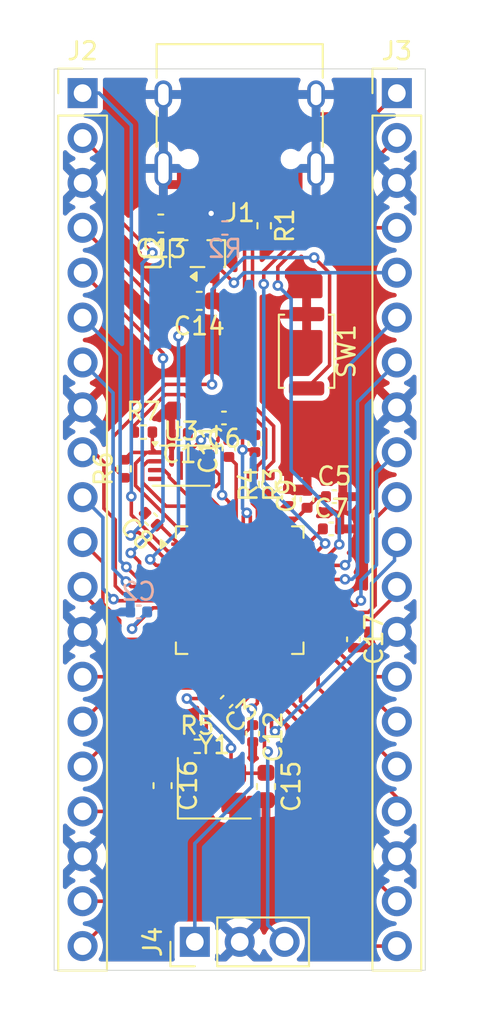
<source format=kicad_pcb>
(kicad_pcb (version 20241229) (generator "pcbnew") (generator_version "9.0")
  (layers (0 "F.Cu" signal) (2 "B.Cu" signal) (13 "F.Paste" user) (15 "B.Paste" user) (5 "F.SilkS" user "F.Silkscreen") (7 "B.SilkS" user "B.Silkscreen") (1 "F.Mask" user) (3 "B.Mask" user) (25 "Edge.Cuts" user))
  (net 0 "")
  (net 1 "GND")
  (net 2 "+3V3")
  (net 3 "+1V1")
  (net 4 "VBUS")
  (net 5 "XIN")
  (net 6 "Net-(C16-Pad2)")
  (net 7 "Net-(J1-CC2)")
  (net 8 "USB_D+")
  (net 9 "USB_D-")
  (net 10 "Net-(J1-CC1)")
  (net 11 "GPIO5")
  (net 12 "GPIO6")
  (net 13 "GPIO9")
  (net 14 "GPIO4")
  (net 15 "GPIO10")
  (net 16 "GPIO1")
  (net 17 "GPIO0")
  (net 18 "GPIO12")
  (net 19 "GPIO7")
  (net 20 "GPIO3")
  (net 21 "GPIO15")
  (net 22 "GPIO2")
  (net 23 "GPIO14")
  (net 24 "GPIO13")
  (net 25 "GPIO11")
  (net 26 "GPIO8")
  (net 27 "GPIO23")
  (net 28 "GPIO26_ADC0")
  (net 29 "GPIO22")
  (net 30 "GPIO19")
  (net 31 "GPIO28_ADC2")
  (net 32 "GPIO17")
  (net 33 "GPIO16")
  (net 34 "GPIO18")
  (net 35 "GPIO20")
  (net 36 "GPIO24")
  (net 37 "GPIO21")
  (net 38 "GPIO29_ADC3")
  (net 39 "GPIO27_ADC1")
  (net 40 "RUN")
  (net 41 "SWD")
  (net 42 "SWCLK")
  (net 43 "Net-(U1-USB_DP)")
  (net 44 "Net-(U1-USB_DM)")
  (net 45 "XOUT")
  (net 46 "Net-(R6-Pad1)")
  (net 47 "QSPI_SS")
  (net 48 "QSPI_SCLK")
  (net 49 "QSPI_SD1")
  (net 50 "QSPI_SD0")
  (net 51 "QSPI_SD2")
  (net 52 "QSPI_SD3")
  (footprint "Resistor_SMD:R_0402_1005Metric" (layer "F.Cu") (at 145.99 113.375)
    (property "Reference" "R5")
    (property "Value" "1K")
  )
  (footprint "Capacitor_SMD:C_0603_1608Metric" (layer "F.Cu") (at 149.875 115.65 -90)
    (property "Reference" "C15")
    (property "Value" "33pF")
  )
  (footprint "Package_DFN_QFN:QFN-56-1EP_7x7mm_P0.4mm_EP3.2x3.2mm" (layer "F.Cu") (at 148.39 104.54)
    (property "Reference" "U1" (hide yes))
    (property "Value" "RP2040")
  )
  (footprint "Button_Switch_SMD:SW_Push_SPST_NO_Alps_SKRK" (layer "F.Cu") (at 152.175 91.025 -90)
    (property "Reference" "SW1")
    (property "Value" "SW_Push")
  )
  (footprint "Capacitor_SMD:C_0402_1005Metric" (layer "F.Cu") (at 153.75 99.25)
    (property "Reference" "C5")
    (property "Value" "0.1uF")
  )
  (footprint "Resistor_SMD:R_0402_1005Metric" (layer "F.Cu") (at 149.775 83.925 -90)
    (property "Reference" "R1")
    (property "Value" "5.1k")
  )
  (footprint "Capacitor_SMD:C_0402_1005Metric" (layer "F.Cu") (at 147.775 96.525 90)
    (property "Reference" "C11")
    (property "Value" "0.1uF")
  )
  (footprint "Capacitor_SMD:C_0603_1608Metric" (layer "F.Cu") (at 146.1 88.175 180)
    (property "Reference" "C14")
    (property "Value" "10uF")
  )
  (footprint "Resistor_SMD:R_0402_1005Metric" (layer "F.Cu") (at 149.1 98.565 -90)
    (property "Reference" "R3")
    (property "Value" "27")
  )
  (footprint "Capacitor_SMD:C_0402_1005Metric" (layer "F.Cu") (at 147.5 94.8 180)
    (property "Reference" "C6")
    (property "Value" "0.1uF" (hide yes))
  )
  (footprint "Capacitor_SMD:C_0402_1005Metric" (layer "F.Cu") (at 149.125 112.655 -90)
    (property "Reference" "C12")
    (property "Value" "0.1uF")
  )
  (footprint "Capacitor_SMD:C_0402_1005Metric" (layer "F.Cu") (at 151.15 99.3 90)
    (property "Reference" "C10" (hide yes))
    (property "Value" "1uF")
  )
  (footprint "Capacitor_SMD:C_0402_1005Metric" (layer "F.Cu") (at 144.975 95.675 180)
    (property "Reference" "C1")
    (property "Value" "1uF")
  )
  (footprint "Capacitor_SMD:C_0603_1608Metric" (layer "F.Cu") (at 143.925 83.8 180)
    (property "Reference" "C13")
    (property "Value" "10uF")
  )
  (footprint "Crystal:Crystal_SMD_3225-4Pin_3.2x2.5mm" (layer "F.Cu") (at 146.95 115.75)
    (property "Reference" "Y1")
    (property "Value" "12 MHz")
  )
  (footprint "Capacitor_SMD:C_0402_1005Metric" (layer "F.Cu") (at 143.375 100.525 135)
    (property "Reference" "C8")
    (property "Value" "0.1uF")
  )
  (footprint "Connector_PinHeader_2.54mm:PinHeader_1x03_P2.54mm_Vertical" (layer "F.Cu") (at 145.85 124.44 90)
    (property "Reference" "J4")
    (property "Value" "Conn_01x03")
  )
  (footprint "Capacitor_SMD:C_0402_1005Metric" (layer "F.Cu") (at 153.575 101.075)
    (property "Reference" "C7")
    (property "Value" "0.1uF")
  )
  (footprint "Package_TO_SOT_SMD:SOT-23" (layer "F.Cu") (at 146 85.5 90)
    (property "Reference" "U2")
    (property "Value" "MCP1700x-330xxTT")
  )
  (footprint "Connector_PinHeader_2.54mm:PinHeader_1x20_P2.54mm_Vertical" (layer "F.Cu") (at 157.28 76.42)
    (property "Reference" "J3")
    (property "Value" "Conn_01x20")
  )
  (footprint "Connector_PinHeader_2.54mm:PinHeader_1x20_P2.54mm_Vertical" (layer "F.Cu") (at 139.5 76.42)
    (property "Reference" "J2")
    (property "Value" "Conn_01x20")
  )
  (footprint "Package_SON:Winbond_USON-8-1EP_3x2mm_P0.5mm_EP0.2x1.6mm" (layer "F.Cu") (at 145.075 97.5)
    (property "Reference" "U3")
    (property "Value" "W25Q128JVS" (hide yes))
  )
  (footprint "Resistor_SMD:R_0402_1005Metric" (layer "F.Cu") (at 150.05 98.565 90)
    (property "Reference" "R4")
    (property "Value" "27")
  )
  (footprint "Resistor_SMD:R_0402_1005Metric" (layer "F.Cu") (at 141.85 97.675 90)
    (property "Reference" "R6")
    (property "Value" "1K")
  )
  (footprint "Resistor_SMD:R_0402_1005Metric" (layer "F.Cu") (at 142.94 95.6)
    (property "Reference" "R7")
    (property "Value" "10K")
  )
  (footprint "Capacitor_SMD:C_0402_1005Metric" (layer "F.Cu") (at 152.2 99.4 90)
    (property "Reference" "C9")
    (property "Value" "0.1uF")
  )
  (footprint "Capacitor_SMD:C_0402_1005Metric" (layer "F.Cu") (at 154.825 107.325 -90)
    (property "Reference" "C17")
    (property "Value" "0.1uF")
  )
  (footprint "Capacitor_SMD:C_0402_1005Metric" (layer "F.Cu") (at 149.25 96.25 90)
    (property "Reference" "C4" (hide yes))
    (property "Value" "0.1uF" (hide yes))
  )
  (footprint "Capacitor_SMD:C_0402_1005Metric" (layer "F.Cu") (at 147.65 110.85 -135)
    (property "Reference" "C3")
    (property "Value" "0.1uF")
  )
  (footprint "Capacitor_SMD:C_0603_1608Metric" (layer "F.Cu") (at 144.025 115.6 -90)
    (property "Reference" "C16")
    (property "Value" "33pF")
  )
  (footprint "Connector_USB:USB_C_Receptacle_HRO_TYPE-C-31-M-12" (layer "F.Cu") (at 148.39 77.55 180)
    (property "Reference" "J1")
    (property "Value" "USB_C_Receptacle_USB2.0_14P")
  )
  (footprint "Resistor_SMD:R_0402_1005Metric" (layer "B.Cu") (at 147.55 84.05)
    (property "Reference" "R2")
    (property "Value" "5.1k")
  )
  (footprint "Capacitor_SMD:C_0402_1005Metric" (layer "B.Cu") (at 142.675 105.775 180)
    (property "Reference" "C2")
    (property "Value" "0.1uF" (hide yes))
  )
  (gr_rect (start 137.89 75.05) (end 158.89 126.05) (stroke (width 0.05)) (fill no) (layer "Edge.Cuts"))
  (segment (start 147.59 80.168) (end 149.693 80.168) (width 0.2) (layer "F.Cu") (net 0))
  (segment (start 149.693 80.168) (end 150.14 80.615) (width 0.2) (layer "F.Cu") (net 0))
  (segment (start 147.14 80.618) (end 147.59 80.168) (width 0.2) (layer "F.Cu") (net 0))
  (segment (start 150.14 80.615) (end 150.14 81.595) (width 0.2) (layer "F.Cu") (net 0))
  (segment (start 147.14 81.595) (end 147.14 80.618) (width 0.2) (layer "F.Cu") (net 0))
  (segment (start 145.85 114.9) (end 144.1 114.9) (width 0.2) (layer "F.Cu") (net 1))
  (segment (start 149.875 116.425) (end 148.225 116.425) (width 0.2) (layer "F.Cu") (net 1))
  (segment (start 144.1 114.9) (end 144.025 114.825) (width 0.2) (layer "F.Cu") (net 1))
  (segment (start 148.225 116.425) (end 148.05 116.6) (width 0.2) (layer "F.Cu") (net 1))
  (segment (start 146.5 96.75) (end 147.164 96.086) (width 0.2) (layer "F.Cu") (net 2))
  (segment (start 148.55 95.37) (end 147.98 94.8) (width 0.2) (layer "F.Cu") (net 2))
  (segment (start 148.59 100.363528) (end 148.79 100.163528) (width 0.2) (layer "F.Cu") (net 2))
  (segment (start 148.55 96.6) (end 149.12 96.6) (width 0.2) (layer "F.Cu") (net 2))
  (segment (start 144.18176 93.475) (end 142.43 95.22676) (width 0.2) (layer "F.Cu") (net 2))
  (segment (start 148.99 101.1025) (end 148.99 100.363528) (width 0.2) (layer "F.Cu") (net 2))
  (segment (start 142.43 95.22676) (end 142.43 95.6) (width 0.2) (layer "F.Cu") (net 2))
  (segment (start 151.65 100.475) (end 151.65 100.43) (width 0.2) (layer "F.Cu") (net 2))
  (segment (start 146.95 86.4375) (end 146.95 88.1) (width 0.2) (layer "F.Cu") (net 2))
  (segment (start 148.59 107.9775) (end 148.59 109.91) (width 0.2) (layer "F.Cu") (net 2))
  (segment (start 146.875 88.175) (end 146.875 88.325) (width 0.2) (layer "F.Cu") (net 2))
  (segment (start 151.8275 101.94) (end 152.23 101.94) (width 0.2) (layer "F.Cu") (net 2))
  (segment (start 150.59 100.635) (end 150.875 100.35) (width 0.2) (layer "F.Cu") (net 2))
  (segment (start 143.485 105.54) (end 142.3 106.725) (width 0.2) (layer "F.Cu") (net 2))
  (segment (start 146.875 88.325) (end 147.98 89.43) (width 0.2) (layer "F.Cu") (net 2))
  (segment (start 149.12 96.6) (end 149.25 96.73) (width 0.2) (layer "F.Cu") (net 2))
  (segment (start 152.8425 99.25) (end 150.99 101.1025) (width 0.2) (layer "F.Cu") (net 2))
  (segment (start 148.99 100.363528) (end 148.79 100.163528) (width 0.2) (layer "F.Cu") (net 2))
  (segment (start 154.47 106.845) (end 154.825 106.845) (width 0.2) (layer "F.Cu") (net 2))
  (segment (start 146.95 86.4375) (end 147.3525 86.4375) (width 0.2) (layer "F.Cu") (net 2))
  (segment (start 150.59 101.1025) (end 150.59 100.635) (width 0.2) (layer "F.Cu") (net 2))
  (segment (start 152.23 101.94) (end 153.095 101.075) (width 0.2) (layer "F.Cu") (net 2))
  (segment (start 147.98 89.43) (end 147.98 94.8) (width 0.2) (layer "F.Cu") (net 2))
  (segment (start 146.95 88.1) (end 146.875 88.175) (width 0.2) (layer "F.Cu") (net 2))
  (segment (start 148.55 96.6) (end 148.55 95.37) (width 0.2) (layer "F.Cu") (net 2))
  (segment (start 151.65 100.43) (end 152.2 99.88) (width 0.2) (layer "F.Cu") (net 2))
  (segment (start 147.164 96.086) (end 147.164 95.616) (width 0.2) (layer "F.Cu") (net 2))
  (segment (start 143.714411 100.864411) (end 143.876911 100.864411) (width 0.2) (layer "F.Cu") (net 2))
  (segment (start 148.59 101.1025) (end 148.59 100.363528) (width 0.2) (layer "F.Cu") (net 2))
  (segment (start 153.27 99.25) (end 152.8425 99.25) (width 0.2) (layer "F.Cu") (net 2))
  (segment (start 148.59 109.91) (end 147.989411 110.510589) (width 0.2) (layer "F.Cu") (net 2))
  (segment (start 150.875 100.35) (end 151 100.475) (width 0.2) (layer "F.Cu") (net 2))
  (segment (start 147.164 95.616) (end 147.98 94.8) (width 0.2) (layer "F.Cu") (net 2))
  (segment (start 145.455 93.68) (end 145.25 93.475) (width 0.2) (layer "F.Cu") (net 2))
  (segment (start 143.876911 100.864411) (end 144.9525 101.94) (width 0.2) (layer "F.Cu") (net 2))
  (segment (start 145.455 95.675) (end 145.455 93.68) (width 0.2) (layer "F.Cu") (net 2))
  (segment (start 151 100.475) (end 151.65 100.475) (width 0.2) (layer "F.Cu") (net 2))
  (segment (start 153.165 105.54) (end 154.47 106.845) (width 0.2) (layer "F.Cu") (net 2))
  (segment (start 151.8275 105.54) (end 153.165 105.54) (width 0.2) (layer "F.Cu") (net 2))
  (segment (start 145.25 93.475) (end 144.18176 93.475) (width 0.2) (layer "F.Cu") (net 2))
  (segment (start 147.3525 86.4375) (end 148.065 87.15) (width 0.2) (layer "F.Cu") (net 2))
  (segment (start 144.9525 105.54) (end 143.485 105.54) (width 0.2) (layer "F.Cu") (net 2))
  (via (at 148.55 96.6) (size 0.6) (drill 0.3) (layers "F.Cu" "B.Cu") (net 2))
  (via (at 148.065 87.15) (size 0.6) (drill 0.3) (layers "F.Cu" "B.Cu") (net 2))
  (via (at 142.3 106.725) (size 0.6) (drill 0.3) (layers "F.Cu" "B.Cu") (net 2))
  (via (at 148.79 100.163528) (size 0.6) (drill 0.3) (layers "F.Cu" "B.Cu") (net 2))
  (segment (start 148.79 100.163528) (end 148.55 99.923528) (width 0.2) (layer "B.Cu") (net 2))
  (segment (start 148.065 87.15) (end 148.635 86.58) (width 0.2) (layer "B.Cu") (net 2))
  (segment (start 148.55 99.923528) (end 148.55 96.6) (width 0.2) (layer "B.Cu") (net 2))
  (segment (start 142.3 106.725) (end 142.3 106.63) (width 0.2) (layer "B.Cu") (net 2))
  (segment (start 148.635 86.58) (end 157.28 86.58) (width 0.2) (layer "B.Cu") (net 2))
  (segment (start 142.3 106.63) (end 143.155 105.775) (width 0.2) (layer "B.Cu") (net 2))
  (segment (start 148.19 101.1025) (end 148.19 97.42) (width 0.2) (layer "F.Cu") (net 3))
  (segment (start 148.19 97.42) (end 147.775 97.005) (width 0.2) (layer "F.Cu") (net 3))
  (segment (start 150.87 99.78) (end 151.15 99.78) (width 0.2) (layer "F.Cu") (net 3))
  (segment (start 150.19 101.1025) (end 150.19 100.46) (width 0.2) (layer "F.Cu") (net 3))
  (segment (start 148.4 112.675) (end 148.625 112.675) (width 0.2) (layer "F.Cu") (net 3))
  (segment (start 148.99 110.485) (end 148.025 111.45) (width 0.2) (layer "F.Cu") (net 3))
  (segment (start 150.19 100.46) (end 150.87 99.78) (width 0.2) (layer "F.Cu") (net 3))
  (segment (start 148.025 112.3) (end 148.4 112.675) (width 0.2) (layer "F.Cu") (net 3))
  (segment (start 148.025 111.45) (end 148.025 112.3) (width 0.2) (layer "F.Cu") (net 3))
  (segment (start 148.625 112.675) (end 149.125 112.175) (width 0.2) (layer "F.Cu") (net 3))
  (segment (start 148.99 107.9775) (end 148.99 110.485) (width 0.2) (layer "F.Cu") (net 3))
  (segment (start 145.4625 84.5625) (end 144.7 83.8) (width 0.2) (layer "F.Cu") (net 4))
  (segment (start 145.94 81.595) (end 145.94 82.56) (width 0.2) (layer "F.Cu") (net 4))
  (segment (start 145.94 82.56) (end 144.7 83.8) (width 0.2) (layer "F.Cu") (net 4))
  (segment (start 150.84 81.595) (end 150.604 81.359) (width 0.2) (layer "F.Cu") (net 4))
  (segment (start 146 84.5625) (end 145.4625 84.5625) (width 0.2) (layer "F.Cu") (net 4))
  (segment (start 152.872992 77.601) (end 156.099 77.601) (width 0.2) (layer "F.Cu") (net 4))
  (segment (start 156.099 77.601) (end 157.28 76.42) (width 0.2) (layer "F.Cu") (net 4))
  (segment (start 150.604 81.359) (end 150.604 79.869992) (width 0.2) (layer "F.Cu") (net 4))
  (segment (start 150.604 79.869992) (end 152.872992 77.601) (width 0.2) (layer "F.Cu") (net 4))
  (segment (start 147.9 114.75) (end 148.05 114.9) (width 0.2) (layer "F.Cu") (net 5))
  (segment (start 149.85 114.9) (end 149.875 114.875) (width 0.2) (layer "F.Cu") (net 5))
  (segment (start 147.79 107.9775) (end 147.79 109.0771) (width 0.2) (layer "F.Cu") (net 5))
  (segment (start 148.05 114.9) (end 149.85 114.9) (width 0.2) (layer "F.Cu") (net 5))
  (segment (start 147.79 109.0771) (end 146.1921 110.675) (width 0.2) (layer "F.Cu") (net 5))
  (segment (start 146.1921 110.675) (end 145.4 110.675) (width 0.2) (layer "F.Cu") (net 5))
  (segment (start 147.9 113.475) (end 147.9 114.75) (width 0.2) (layer "F.Cu") (net 5))
  (via (at 145.4 110.675) (size 0.6) (drill 0.3) (layers "F.Cu" "B.Cu") (net 5))
  (via (at 147.9 113.475) (size 0.6) (drill 0.3) (layers "F.Cu" "B.Cu") (net 5))
  (segment (start 147.9 113.475) (end 147.9 113.175) (width 0.2) (layer "B.Cu") (net 5))
  (segment (start 147.9 113.175) (end 145.4 110.675) (width 0.2) (layer "B.Cu") (net 5))
  (segment (start 146.851 114.31484) (end 146.851 115.599) (width 0.2) (layer "F.Cu") (net 6))
  (segment (start 144.025 116.375) (end 145.625 116.375) (width 0.2) (layer "F.Cu") (net 6))
  (segment (start 146.851 115.599) (end 145.85 116.6) (width 0.2) (layer "F.Cu") (net 6))
  (segment (start 146.104 113.999) (end 146.53516 113.999) (width 0.2) (layer "F.Cu") (net 6))
  (segment (start 145.48 113.375) (end 146.104 113.999) (width 0.2) (layer "F.Cu") (net 6))
  (segment (start 146.53516 113.999) (end 146.851 114.31484) (width 0.2) (layer "F.Cu") (net 6))
  (segment (start 145.625 116.375) (end 145.85 116.6) (width 0.2) (layer "F.Cu") (net 6))
  (segment (start 146.775 83.225) (end 146.64 83.09) (width 0.2) (layer "F.Cu") (net 7))
  (segment (start 146.64 83.09) (end 146.64 81.595) (width 0.2) (layer "F.Cu") (net 7))
  (via (at 146.775 83.225) (size 0.6) (drill 0.3) (layers "F.Cu" "B.Cu") (net 7))
  (segment (start 147.04 83.49) (end 146.775 83.225) (width 0.2) (layer "B.Cu") (net 7))
  (segment (start 147.04 84.05) (end 147.04 83.49) (width 0.2) (layer "B.Cu") (net 7))
  (segment (start 148.64 82.572) (end 148.591 82.621) (width 0.2) (layer "F.Cu") (net 8))
  (segment (start 148.64 81.595) (end 148.64 82.572) (width 0.2) (layer "F.Cu") (net 8))
  (segment (start 149.35 97.755) (end 149.1 98.005) (width 0.2) (layer "F.Cu") (net 8))
  (segment (start 148.665 94.24745) (end 149.861 95.44345) (width 0.2) (layer "F.Cu") (net 8))
  (segment (start 147.689 82.621) (end 147.64 82.572) (width 0.2) (layer "F.Cu") (net 8))
  (segment (start 149.861 97.05655) (end 149.35 97.56755) (width 0.2) (layer "F.Cu") (net 8))
  (segment (start 148.665 82.707501) (end 148.665 94.24745) (width 0.2) (layer "F.Cu") (net 8))
  (segment (start 147.64 82.572) (end 147.64 81.595) (width 0.2) (layer "F.Cu") (net 8))
  (segment (start 149.35 97.56755) (end 149.35 97.755) (width 0.2) (layer "F.Cu") (net 8))
  (segment (start 149.1 98.005) (end 149.1 98.055) (width 0.2) (layer "F.Cu") (net 8))
  (segment (start 149.861 95.44345) (end 149.861 97.05655) (width 0.2) (layer "F.Cu") (net 8))
  (segment (start 148.591 82.621) (end 147.689 82.621) (width 0.2) (layer "F.Cu") (net 8))
  (segment (start 148.64 82.682501) (end 148.665 82.707501) (width 0.2) (layer "F.Cu") (net 8))
  (segment (start 148.64 81.595) (end 148.64 82.682501) (width 0.2) (layer "F.Cu") (net 8))
  (segment (start 149.14 81.595) (end 149.14 82.682501) (width 0.2) (layer "F.Cu") (net 9))
  (segment (start 149.115 82.707501) (end 149.115 94.061082) (width 0.2) (layer "F.Cu") (net 9))
  (segment (start 150.05 98.005) (end 150.05 98.055) (width 0.2) (layer "F.Cu") (net 9))
  (segment (start 148.14 81.595) (end 148.14 80.618) (width 0.2) (layer "F.Cu") (net 9))
  (segment (start 148.14 80.618) (end 148.189 80.569) (width 0.2) (layer "F.Cu") (net 9))
  (segment (start 149.14 82.682501) (end 149.115 82.707501) (width 0.2) (layer "F.Cu") (net 9))
  (segment (start 149.115 94.061082) (end 150.31098 95.257062) (width 0.2) (layer "F.Cu") (net 9))
  (segment (start 150.31098 95.257062) (end 150.31098 97.242938) (width 0.2) (layer "F.Cu") (net 9))
  (segment (start 150.31098 97.242938) (end 149.8 97.753918) (width 0.2) (layer "F.Cu") (net 9))
  (segment (start 149.091 80.569) (end 149.14 80.618) (width 0.2) (layer "F.Cu") (net 9))
  (segment (start 148.189 80.569) (end 149.091 80.569) (width 0.2) (layer "F.Cu") (net 9))
  (segment (start 149.8 97.753918) (end 149.8 97.755) (width 0.2) (layer "F.Cu") (net 9))
  (segment (start 149.14 80.618) (end 149.14 81.595) (width 0.2) (layer "F.Cu") (net 9))
  (segment (start 149.8 97.755) (end 150.05 98.005) (width 0.2) (layer "F.Cu") (net 9))
  (segment (start 149.64 81.595) (end 149.64 83.28) (width 0.2) (layer "F.Cu") (net 10))
  (segment (start 149.64 83.28) (end 149.775 83.415) (width 0.2) (layer "F.Cu") (net 10))
  (segment (start 141.95 104.051499) (end 141.95 104.051498) (width 0.2) (layer "F.Cu") (net 11))
  (segment (start 142.238501 104.34) (end 141.95 104.051499) (width 0.2) (layer "F.Cu") (net 11))
  (segment (start 144.9525 104.34) (end 142.238501 104.34) (width 0.2) (layer "F.Cu") (net 11))
  (via (at 141.95 104.051498) (size 0.6) (drill 0.3) (layers "F.Cu" "B.Cu") (net 11))
  (segment (start 141.225 93.385) (end 139.5 91.66) (width 0.2) (layer "B.Cu") (net 11))
  (segment (start 141.225 103.326499) (end 141.225 93.385) (width 0.2) (layer "B.Cu") (net 11))
  (segment (start 141.95 104.051498) (end 141.225 103.326499) (width 0.2) (layer "B.Cu") (net 11))
  (segment (start 141.35 100.5629) (end 140.70605 99.91895) (width 0.2) (layer "F.Cu") (net 12))
  (segment (start 144.9525 104.74) (end 141.788473 104.74) (width 0.2) (layer "F.Cu") (net 12))
  (segment (start 140.70605 99.91895) (end 140.70605 97.30605) (width 0.2) (layer "F.Cu") (net 12))
  (segment (start 140.14 96.74) (end 139.5 96.74) (width 0.2) (layer "F.Cu") (net 12))
  (segment (start 140.70605 97.30605) (end 140.14 96.74) (width 0.2) (layer "F.Cu") (net 12))
  (segment (start 141.35 104.301527) (end 141.35 100.5629) (width 0.2) (layer "F.Cu") (net 12))
  (segment (start 141.788473 104.74) (end 141.35 104.301527) (width 0.2) (layer "F.Cu") (net 12))
  (segment (start 141.85 108.15) (end 141.3 108.15) (width 0.2) (layer "F.Cu") (net 13))
  (segment (start 139.5 104.725) (end 139.5 104.36) (width 0.2) (layer "F.Cu") (net 13))
  (segment (start 141.15 108) (end 141.15 106.375) (width 0.2) (layer "F.Cu") (net 13))
  (segment (start 144.9525 106.34) (end 144.235 106.34) (width 0.2) (layer "F.Cu") (net 13))
  (segment (start 141.9 108.1) (end 141.85 108.15) (width 0.2) (layer "F.Cu") (net 13))
  (segment (start 142.475 108.1) (end 141.9 108.1) (width 0.2) (layer "F.Cu") (net 13))
  (segment (start 144.235 106.34) (end 142.475 108.1) (width 0.2) (layer "F.Cu") (net 13))
  (segment (start 141.3 108.15) (end 141.15 108) (width 0.2) (layer "F.Cu") (net 13))
  (segment (start 141.15 106.375) (end 139.5 104.725) (width 0.2) (layer "F.Cu") (net 13))
  (segment (start 144.9525 103.94) (end 142.68703 103.94) (width 0.2) (layer "F.Cu") (net 14))
  (segment (start 142.68703 103.94) (end 141.974263 103.227233) (width 0.2) (layer "F.Cu") (net 14))
  (via (at 141.974263 103.227233) (size 0.6) (drill 0.3) (layers "F.Cu" "B.Cu") (net 14))
  (segment (start 141.974263 103.227233) (end 141.626 102.87897) (width 0.2) (layer "B.Cu") (net 14))
  (segment (start 141.626 102.87897) (end 141.626 91.246) (width 0.2) (layer "B.Cu") (net 14))
  (segment (start 141.626 91.246) (end 139.5 89.12) (width 0.2) (layer "B.Cu") (net 14))
  (segment (start 143.725 107.425) (end 143.725 107.4408) (width 0.2) (layer "F.Cu") (net 15))
  (segment (start 142.40995 108.50295) (end 141.4729 109.44) (width 0.2) (layer "F.Cu") (net 15))
  (segment (start 142.66285 108.50295) (end 142.40995 108.50295) (width 0.2) (layer "F.Cu") (net 15))
  (segment (start 144.9525 106.74) (end 144.41 106.74) (width 0.2) (layer "F.Cu") (net 15))
  (segment (start 141.4729 109.44) (end 139.5 109.44) (width 0.2) (layer "F.Cu") (net 15))
  (segment (start 143.725 107.4408) (end 142.66285 108.50295) (width 0.2) (layer "F.Cu") (net 15))
  (segment (start 144.41 106.74) (end 143.725 107.425) (width 0.2) (layer "F.Cu") (net 15))
  (segment (start 142.675 101.275) (end 142.401 101.275) (width 0.2) (layer "F.Cu") (net 16))
  (segment (start 144.9525 102.74) (end 144.14 102.74) (width 0.2) (layer "F.Cu") (net 16))
  (segment (start 144.14 102.74) (end 142.675 101.275) (width 0.2) (layer "F.Cu") (net 16))
  (segment (start 143.45 85.45) (end 141.4 83.4) (width 0.2) (layer "F.Cu") (net 16))
  (segment (start 141.4 80.86) (end 139.5 78.96) (width 0.2) (layer "F.Cu") (net 16))
  (segment (start 142.401 101.275) (end 142.226 101.45) (width 0.2) (layer "F.Cu") (net 16))
  (segment (start 141.4 83.4) (end 141.4 80.86) (width 0.2) (layer "F.Cu") (net 16))
  (via (at 142.226 101.45) (size 0.6) (drill 0.3) (layers "F.Cu" "B.Cu") (net 16))
  (via (at 143.45 85.45) (size 0.6) (drill 0.3) (layers "F.Cu" "B.Cu") (net 16))
  (segment (start 142.875 86.1) (end 142.85 86.075) (width 0.2) (layer "B.Cu") (net 16))
  (segment (start 142.226 101.45) (end 142.875 100.801) (width 0.2) (layer "B.Cu") (net 16))
  (segment (start 142.85 86.075) (end 143.45 85.475) (width 0.2) (layer "B.Cu") (net 16))
  (segment (start 143.45 85.475) (end 143.45 85.45) (width 0.2) (layer "B.Cu") (net 16))
  (segment (start 142.875 100.801) (end 142.875 86.1) (width 0.2) (layer "B.Cu") (net 16))
  (segment (start 142.257743 100.282743) (end 142.257743 99.239171) (width 0.2) (layer "F.Cu") (net 17))
  (segment (start 144.9525 102.34) (end 144.315 102.34) (width 0.2) (layer "F.Cu") (net 17))
  (segment (start 144.315 102.34) (end 142.257743 100.282743) (width 0.2) (layer "F.Cu") (net 17))
  (via (at 142.257743 99.239171) (size 0.6) (drill 0.3) (layers "F.Cu" "B.Cu") (net 17))
  (segment (start 142.257743 99.239171) (end 142.257743 78.242257) (width 0.2) (layer "B.Cu") (net 17))
  (segment (start 140.435486 76.42) (end 142.257743 78.242257) (width 0.2) (layer "B.Cu") (net 17))
  (segment (start 139.5 76.42) (end 140.435486 76.42) (width 0.2) (layer "B.Cu") (net 17))
  (segment (start 145.79 107.9775) (end 144.9175 108.85) (width 0.2) (layer "F.Cu") (net 18))
  (segment (start 143.45 108.85) (end 141.75 110.55) (width 0.2) (layer "F.Cu") (net 18))
  (segment (start 144.9175 108.85) (end 143.45 108.85) (width 0.2) (layer "F.Cu") (net 18))
  (segment (start 141.75 110.55) (end 141.75 112.27) (width 0.2) (layer "F.Cu") (net 18))
  (segment (start 141.75 112.27) (end 139.5 114.52) (width 0.2) (layer "F.Cu") (net 18))
  (segment (start 141.33853 105.14) (end 144.9525 105.14) (width 0.2) (layer "F.Cu") (net 19))
  (segment (start 141.33853 105.138585) (end 141.251 105.051055) (width 0.2) (layer "F.Cu") (net 19))
  (segment (start 141.33853 105.14) (end 141.33853 105.138585) (width 0.2) (layer "F.Cu") (net 19))
  (via (at 141.251 105.051055) (size 0.6) (drill 0.3) (layers "F.Cu" "B.Cu") (net 19))
  (segment (start 141.251 105.051055) (end 141.249585 105.051055) (width 0.2) (layer "B.Cu") (net 19))
  (segment (start 139.5 99.28) (end 140.651 100.431) (width 0.2) (layer "B.Cu") (net 19))
  (segment (start 140.651 100.431) (end 140.651 104.45247) (width 0.2) (layer "B.Cu") (net 19))
  (segment (start 141.249585 105.051055) (end 140.651 104.45247) (width 0.2) (layer "B.Cu") (net 19))
  (segment (start 142.725 103.4) (end 142.725 103.128027) (width 0.2) (layer "F.Cu") (net 20))
  (segment (start 142.725 102.940046) (end 142.226 102.441046) (width 0.2) (layer "F.Cu") (net 20))
  (segment (start 144.05 91.425) (end 144.05 91.13) (width 0.2) (layer "F.Cu") (net 20))
  (segment (start 144.9525 103.54) (end 142.865 103.54) (width 0.2) (layer "F.Cu") (net 20))
  (segment (start 142.725 103.128027) (end 142.725 102.940046) (width 0.2) (layer "F.Cu") (net 20))
  (segment (start 144.05 91.13) (end 139.5 86.58) (width 0.2) (layer "F.Cu") (net 20))
  (segment (start 142.865 103.54) (end 142.725 103.4) (width 0.2) (layer "F.Cu") (net 20))
  (via (at 142.226 102.441046) (size 0.6) (drill 0.3) (layers "F.Cu" "B.Cu") (net 20))
  (via (at 144.05 91.425) (size 0.6) (drill 0.3) (layers "F.Cu" "B.Cu") (net 20))
  (segment (start 142.226 102.441046) (end 144.05 100.617046) (width 0.2) (layer "B.Cu") (net 20))
  (segment (start 144.05 100.617046) (end 144.05 91.425) (width 0.2) (layer "B.Cu") (net 20))
  (segment (start 143.05 121.13) (end 143.05 110.975) (width 0.2) (layer "F.Cu") (net 21))
  (segment (start 146.99 109.31) (end 146.225 110.075) (width 0.2) (layer "F.Cu") (net 21))
  (segment (start 146.99 107.9775) (end 146.99 109.31) (width 0.2) (layer "F.Cu") (net 21))
  (segment (start 143.05 110.975) (end 143.95 110.075) (width 0.2) (layer "F.Cu") (net 21))
  (segment (start 139.5 124.68) (end 143.05 121.13) (width 0.2) (layer "F.Cu") (net 21))
  (segment (start 143.95 110.075) (end 146.225 110.075) (width 0.2) (layer "F.Cu") (net 21))
  (segment (start 144.925 90.175) (end 144.925 89.465) (width 0.2) (layer "F.Cu") (net 22))
  (segment (start 143.665 103.14) (end 143.325 102.8) (width 0.2) (layer "F.Cu") (net 22))
  (segment (start 144.925 89.465) (end 139.5 84.04) (width 0.2) (layer "F.Cu") (net 22))
  (segment (start 144.9525 103.14) (end 143.665 103.14) (width 0.2) (layer "F.Cu") (net 22))
  (via (at 143.325 102.8) (size 0.6) (drill 0.3) (layers "F.Cu" "B.Cu") (net 22))
  (via (at 144.925 90.175) (size 0.6) (drill 0.3) (layers "F.Cu" "B.Cu") (net 22))
  (segment (start 144.925 101.2) (end 144.925 90.175) (width 0.2) (layer "B.Cu") (net 22))
  (segment (start 143.325 102.8) (end 144.925 101.2) (width 0.2) (layer "B.Cu") (net 22))
  (segment (start 145.95 109.65) (end 143.8079 109.65) (width 0.2) (layer "F.Cu") (net 23))
  (segment (start 142.6 121.0129) (end 141.4729 122.14) (width 0.2) (layer "F.Cu") (net 23))
  (segment (start 141.4729 122.14) (end 139.5 122.14) (width 0.2) (layer "F.Cu") (net 23))
  (segment (start 143.8079 109.65) (end 142.6 110.8579) (width 0.2) (layer "F.Cu") (net 23))
  (segment (start 146.59 107.9775) (end 146.59 109.01) (width 0.2) (layer "F.Cu") (net 23))
  (segment (start 142.6 110.8579) (end 142.6 121.0129) (width 0.2) (layer "F.Cu") (net 23))
  (segment (start 146.59 109.01) (end 145.95 109.65) (width 0.2) (layer "F.Cu") (net 23))
  (segment (start 141.989 117.06) (end 142.199 116.85) (width 0.2) (layer "F.Cu") (net 24))
  (segment (start 142.199 110.6918) (end 143.6408 109.25) (width 0.2) (layer "F.Cu") (net 24))
  (segment (start 139.5 117.06) (end 141.989 117.06) (width 0.2) (layer "F.Cu") (net 24))
  (segment (start 145.775 109.25) (end 146.19 108.835) (width 0.2) (layer "F.Cu") (net 24))
  (segment (start 142.199 116.85) (end 142.199 110.6918) (width 0.2) (layer "F.Cu") (net 24))
  (segment (start 143.6408 109.25) (end 145.775 109.25) (width 0.2) (layer "F.Cu") (net 24))
  (segment (start 146.19 108.835) (end 146.19 107.9775) (width 0.2) (layer "F.Cu") (net 24))
  (segment (start 144.9525 107.14) (end 144.5929 107.14) (width 0.2) (layer "F.Cu") (net 25))
  (segment (start 142.82895 108.90395) (end 142.57605 108.90395) (width 0.2) (layer "F.Cu") (net 25))
  (segment (start 142.57605 108.90395) (end 139.5 111.98) (width 0.2) (layer "F.Cu") (net 25))
  (segment (start 144.5929 107.14) (end 142.82895 108.90395) (width 0.2) (layer "F.Cu") (net 25))
  (segment (start 141.6 106.25) (end 140.651 105.301) (width 0.2) (layer "F.Cu") (net 26))
  (segment (start 144.06 105.94) (end 142.675 107.325) (width 0.2) (layer "F.Cu") (net 26))
  (segment (start 141.6 107.05) (end 141.6 106.25) (width 0.2) (layer "F.Cu") (net 26))
  (segment (start 140.651 102.971) (end 139.5 101.82) (width 0.2) (layer "F.Cu") (net 26))
  (segment (start 141.875 107.325) (end 141.6 107.05) (width 0.2) (layer "F.Cu") (net 26))
  (segment (start 142.675 107.325) (end 141.875 107.325) (width 0.2) (layer "F.Cu") (net 26))
  (segment (start 140.651 105.301) (end 140.651 102.971) (width 0.2) (layer "F.Cu") (net 26))
  (segment (start 144.9525 105.94) (end 144.06 105.94) (width 0.2) (layer "F.Cu") (net 26))
  (segment (start 151.8275 104.74) (end 152.46 104.74) (width 0.2) (layer "F.Cu") (net 27))
  (segment (start 156.05395 100.50605) (end 157.28 99.28) (width 0.2) (layer "F.Cu") (net 27))
  (segment (start 153.4972 104.738) (end 154.5582 105.799) (width 0.2) (layer "F.Cu") (net 27))
  (segment (start 152.462 104.738) (end 153.4972 104.738) (width 0.2) (layer "F.Cu") (net 27))
  (segment (start 156.05395 105.40395) (end 156.05395 100.50605) (width 0.2) (layer "F.Cu") (net 27))
  (segment (start 155.6589 105.799) (end 156.05395 105.40395) (width 0.2) (layer "F.Cu") (net 27))
  (segment (start 152.46 104.74) (end 152.462 104.738) (width 0.2) (layer "F.Cu") (net 27))
  (segment (start 154.5582 105.799) (end 155.6589 105.799) (width 0.2) (layer "F.Cu") (net 27))
  (segment (start 154.339 103.936) (end 154.35 103.925) (width 0.2) (layer "F.Cu") (net 28))
  (segment (start 151.8275 103.54) (end 152.365 103.54) (width 0.2) (layer "F.Cu") (net 28))
  (segment (start 152.761 103.936) (end 153.961 103.936) (width 0.2) (layer "F.Cu") (net 28))
  (segment (start 153.961 103.936) (end 154.339 103.936) (width 0.2) (layer "F.Cu") (net 28))
  (segment (start 152.365 103.54) (end 152.761 103.936) (width 0.2) (layer "F.Cu") (net 28))
  (via (at 154.35 103.925) (size 0.6) (drill 0.3) (layers "F.Cu" "B.Cu") (net 28))
  (segment (start 155.05295 93.88705) (end 157.28 91.66) (width 0.2) (layer "B.Cu") (net 28))
  (segment (start 154.35 103.925) (end 154.75295 103.925) (width 0.2) (layer "B.Cu") (net 28))
  (segment (start 155.05295 103.625) (end 155.05295 93.88705) (width 0.2) (layer "B.Cu") (net 28))
  (segment (start 154.75295 103.925) (end 155.05295 103.625) (width 0.2) (layer "B.Cu") (net 28))
  (segment (start 151.8275 105.14) (end 153.3301 105.14) (width 0.2) (layer "F.Cu") (net 29))
  (segment (start 153.3301 105.14) (end 153.3311 105.139) (width 0.2) (layer "F.Cu") (net 29))
  (segment (start 154.3921 106.2) (end 155.825 106.2) (width 0.2) (layer "F.Cu") (net 29))
  (segment (start 155.825 106.2) (end 157.28 104.745) (width 0.2) (layer "F.Cu") (net 29))
  (segment (start 157.28 104.745) (end 157.28 104.36) (width 0.2) (layer "F.Cu") (net 29))
  (segment (start 153.3311 105.139) (end 154.3921 106.2) (width 0.2) (layer "F.Cu") (net 29))
  (segment (start 152.825 110.065) (end 157.28 114.52) (width 0.2) (layer "F.Cu") (net 30))
  (segment (start 151.8275 106.74) (end 152.39 106.74) (width 0.2) (layer "F.Cu") (net 30))
  (segment (start 152.825 107.175) (end 152.825 110.065) (width 0.2) (layer "F.Cu") (net 30))
  (segment (start 152.39 106.74) (end 152.825 107.175) (width 0.2) (layer "F.Cu") (net 30))
  (segment (start 151.8275 102.74) (end 152.89 102.74) (width 0.2) (layer "F.Cu") (net 31))
  (segment (start 153.234848 102.74) (end 154.023342 101.951506) (width 0.2) (layer "F.Cu") (net 31))
  (segment (start 152.7671 84.04) (end 157.28 84.04) (width 0.2) (layer "F.Cu") (net 31))
  (segment (start 152.89 102.74) (end 153.234848 102.74) (width 0.2) (layer "F.Cu") (net 31))
  (segment (start 150.545756 86.261344) (end 152.7671 84.04) (width 0.2) (layer "F.Cu") (net 31))
  (segment (start 150.545756 87.30732) (end 150.545756 86.261344) (width 0.2) (layer "F.Cu") (net 31))
  (via (at 150.545756 87.30732) (size 0.6) (drill 0.3) (layers "F.Cu" "B.Cu") (net 31))
  (via (at 154.023342 101.951506) (size 0.6) (drill 0.3) (layers "F.Cu" "B.Cu") (net 31))
  (segment (start 154.023342 100.473342) (end 151.3 97.75) (width 0.2) (layer "B.Cu") (net 31))
  (segment (start 154.023342 101.951506) (end 154.023342 100.473342) (width 0.2) (layer "B.Cu") (net 31))
  (segment (start 151.3 97.75) (end 151.3 88.061564) (width 0.2) (layer "B.Cu") (net 31))
  (segment (start 151.3 88.061564) (end 150.545756 87.30732) (width 0.2) (layer "B.Cu") (net 31))
  (segment (start 150.5 87.353076) (end 150.545756 87.30732) (width 0.2) (layer "B.Cu") (net 31))
  (segment (start 153.925 118.785) (end 157.28 122.14) (width 0.2) (layer "F.Cu") (net 32))
  (segment (start 153.925 113.475) (end 153.925 118.785) (width 0.2) (layer "F.Cu") (net 32))
  (segment (start 150.99 107.9775) (end 150.99 110.54) (width 0.2) (layer "F.Cu") (net 32))
  (segment (start 150.99 110.54) (end 153.925 113.475) (width 0.2) (layer "F.Cu") (net 32))
  (segment (start 150.59 107.9775) (end 150.59 110.89) (width 0.2) (layer "F.Cu") (net 33))
  (segment (start 150.59 110.89) (end 153.4 113.7) (width 0.2) (layer "F.Cu") (net 33))
  (segment (start 153.4 113.7) (end 153.4 123.275) (width 0.2) (layer "F.Cu") (net 33))
  (segment (start 154.65 124.35) (end 154.98 124.68) (width 0.2) (layer "F.Cu") (net 33))
  (segment (start 153.4 123.275) (end 154.475 124.35) (width 0.2) (layer "F.Cu") (net 33))
  (segment (start 154.475 124.35) (end 154.65 124.35) (width 0.2) (layer "F.Cu") (net 33))
  (segment (start 154.98 124.68) (end 157.28 124.68) (width 0.2) (layer "F.Cu") (net 33))
  (segment (start 157.28 117.06) (end 157.28 116.2629) (width 0.2) (layer "F.Cu") (net 34))
  (segment (start 157.28 116.2629) (end 151.8275 110.8104) (width 0.2) (layer "F.Cu") (net 34))
  (segment (start 151.8275 110.8104) (end 151.8275 107.14) (width 0.2) (layer "F.Cu") (net 34))
  (segment (start 151.8275 106.34) (end 152.59 106.34) (width 0.2) (layer "F.Cu") (net 35))
  (segment (start 152.59 106.34) (end 153.575 107.325) (width 0.2) (layer "F.Cu") (net 35))
  (segment (start 153.575 108.275) (end 157.28 111.98) (width 0.2) (layer "F.Cu") (net 35))
  (segment (start 153.575 107.325) (end 153.575 108.275) (width 0.2) (layer "F.Cu") (net 35))
  (segment (start 152.2959 104.337) (end 153.764 104.337) (width 0.2) (layer "F.Cu") (net 36))
  (segment (start 154.977 105.398) (end 155.25 105.125) (width 0.2) (layer "F.Cu") (net 36))
  (segment (start 153.764 104.337) (end 154.825 105.398) (width 0.2) (layer "F.Cu") (net 36))
  (segment (start 152.2929 104.34) (end 152.2959 104.337) (width 0.2) (layer "F.Cu") (net 36))
  (segment (start 151.8275 104.34) (end 152.2929 104.34) (width 0.2) (layer "F.Cu") (net 36))
  (segment (start 154.825 105.398) (end 154.977 105.398) (width 0.2) (layer "F.Cu") (net 36))
  (via (at 155.25 105.125) (size 0.6) (drill 0.3) (layers "F.Cu" "B.Cu") (net 36))
  (segment (start 155.25 105.125) (end 155.25 103.99505) (width 0.2) (layer "B.Cu") (net 36))
  (segment (start 156.129 103.11605) (end 156.129 97.891) (width 0.2) (layer "B.Cu") (net 36))
  (segment (start 156.129 97.891) (end 157.28 96.74) (width 0.2) (layer "B.Cu") (net 36))
  (segment (start 155.25 103.99505) (end 156.129 103.11605) (width 0.2) (layer "B.Cu") (net 36))
  (segment (start 154.075 107.025) (end 154.075 108.125) (width 0.2) (layer "F.Cu") (net 37))
  (segment (start 155.39 109.44) (end 157.28 109.44) (width 0.2) (layer "F.Cu") (net 37))
  (segment (start 152.99 105.94) (end 154.075 107.025) (width 0.2) (layer "F.Cu") (net 37))
  (segment (start 154.075 108.125) (end 155.39 109.44) (width 0.2) (layer "F.Cu") (net 37))
  (segment (start 151.8275 105.94) (end 152.99 105.94) (width 0.2) (layer "F.Cu") (net 37))
  (segment (start 152.785 102.34) (end 153.225 101.9) (width 0.2) (layer "F.Cu") (net 38))
  (segment (start 151.8275 102.34) (end 152.785 102.34) (width 0.2) (layer "F.Cu") (net 38))
  (segment (start 149.75 86.49) (end 157.28 78.96) (width 0.2) (layer "F.Cu") (net 38))
  (segment (start 149.75 87.225) (end 149.75 86.49) (width 0.2) (layer "F.Cu") (net 38))
  (via (at 153.225 101.9) (size 0.6) (drill 0.3) (layers "F.Cu" "B.Cu") (net 38))
  (via (at 149.75 87.225) (size 0.6) (drill 0.3) (layers "F.Cu" "B.Cu") (net 38))
  (segment (start 149.75 98.425) (end 149.75 87.225) (width 0.2) (layer "B.Cu") (net 38))
  (segment (start 153.225 101.9) (end 149.75 98.425) (width 0.2) (layer "B.Cu") (net 38))
  (segment (start 154.335 103.14) (end 154.35 103.125) (width 0.2) (layer "F.Cu") (net 39))
  (segment (start 151.8275 103.14) (end 154.335 103.14) (width 0.2) (layer "F.Cu") (net 39))
  (via (at 154.35 103.125) (size 0.6) (drill 0.3) (layers "F.Cu" "B.Cu") (net 39))
  (segment (start 154.624342 91.775658) (end 157.28 89.12) (width 0.2) (layer "B.Cu") (net 39))
  (segment (start 154.624342 102.850658) (end 154.624342 91.775658) (width 0.2) (layer "B.Cu") (net 39))
  (segment (start 154.35 103.125) (end 154.624342 102.850658) (width 0.2) (layer "B.Cu") (net 39))
  (segment (start 150.19 107.9775) (end 150.19 112.325) (width 0.2) (layer "F.Cu") (net 40))
  (segment (start 150.19 112.325) (end 150.39 112.525) (width 0.2) (layer "F.Cu") (net 40))
  (via (at 150.39 112.525) (size 0.6) (drill 0.3) (layers "F.Cu" "B.Cu") (net 40))
  (segment (start 155.85 104.16224) (end 157.15 102.86224) (width 0.2) (layer "B.Cu") (net 40))
  (segment (start 150.39 112.525) (end 155.85 107.065) (width 0.2) (layer "B.Cu") (net 40))
  (segment (start 156.975 102.125) (end 157.28 101.82) (width 0.2) (layer "B.Cu") (net 40))
  (segment (start 157.15 101.95) (end 157.28 101.82) (width 0.2) (layer "B.Cu") (net 40))
  (segment (start 155.85 107.065) (end 155.85 104.16224) (width 0.2) (layer "B.Cu") (net 40))
  (segment (start 157.15 102.86224) (end 157.15 101.95) (width 0.2) (layer "B.Cu") (net 40))
  (segment (start 149.79 107.9775) (end 149.79 113.49) (width 0.2) (layer "F.Cu") (net 41))
  (segment (start 149.79 113.49) (end 149.975 113.675) (width 0.2) (layer "F.Cu") (net 41))
  (via (at 149.975 113.675) (size 0.6) (drill 0.3) (layers "F.Cu" "B.Cu") (net 41))
  (segment (start 149.975 123.485) (end 150.93 124.44) (width 0.2) (layer "B.Cu") (net 41))
  (segment (start 149.975 113.675) (end 149.975 123.485) (width 0.2) (layer "B.Cu") (net 41))
  (segment (start 149.39 107.9775) (end 149.39 110.93353) (width 0.2) (layer "F.Cu") (net 42))
  (segment (start 149.39 110.93353) (end 149.074265 111.249265) (width 0.2) (layer "F.Cu") (net 42))
  (via (at 149.074265 111.249265) (size 0.6) (drill 0.3) (layers "F.Cu" "B.Cu") (net 42))
  (segment (start 145.85 118.87353) (end 145.85 124.44) (width 0.2) (layer "B.Cu") (net 42))
  (segment (start 149.074265 111.249265) (end 149.074265 115.649265) (width 0.2) (layer "B.Cu") (net 42))
  (segment (start 149.074265 115.649265) (end 145.85 118.87353) (width 0.2) (layer "B.Cu") (net 42))
  (segment (start 149.1 99.625) (end 149.1 99.075) (width 0.2) (layer "F.Cu") (net 43))
  (segment (start 149.39 101.1025) (end 149.39 99.915) (width 0.2) (layer "F.Cu") (net 43))
  (segment (start 149.39 99.915) (end 149.1 99.625) (width 0.2) (layer "F.Cu") (net 43))
  (segment (start 149.79 101.1025) (end 149.79 100.16) (width 0.2) (layer "F.Cu") (net 44))
  (segment (start 150.05 99.9) (end 150.05 99.075) (width 0.2) (layer "F.Cu") (net 44))
  (segment (start 149.79 100.16) (end 150.05 99.9) (width 0.2) (layer "F.Cu") (net 44))
  (segment (start 148.19 107.9775) (end 148.19 109.31) (width 0.2) (layer "F.Cu") (net 45))
  (segment (start 146.5 111) (end 146.5 113.375) (width 0.2) (layer "F.Cu") (net 45))
  (segment (start 148.19 109.31) (end 146.5 111) (width 0.2) (layer "F.Cu") (net 45))
  (segment (start 153.476 91.824) (end 152.175 93.125) (width 0.2) (layer "F.Cu") (net 46))
  (segment (start 141.85 98.185) (end 141.229 97.564) (width 0.2) (layer "F.Cu") (net 46))
  (segment (start 152.6 85.725) (end 153.476 86.601) (width 0.2) (layer "F.Cu") (net 46))
  (segment (start 141.229 95.86066) (end 144.18966 92.9) (width 0.2) (layer "F.Cu") (net 46))
  (segment (start 153.476 86.601) (end 153.476 91.824) (width 0.2) (layer "F.Cu") (net 46))
  (segment (start 144.18966 92.9) (end 146.825 92.9) (width 0.2) (layer "F.Cu") (net 46))
  (segment (start 141.229 97.564) (end 141.229 95.86066) (width 0.2) (layer "F.Cu") (net 46))
  (via (at 146.825 92.9) (size 0.6) (drill 0.3) (layers "F.Cu" "B.Cu") (net 46))
  (via (at 152.6 85.725) (size 0.6) (drill 0.3) (layers "F.Cu" "B.Cu") (net 46))
  (segment (start 146.825 92.9) (end 146.825 87.540057) (width 0.2) (layer "B.Cu") (net 46))
  (segment (start 146.825 87.540057) (end 148.640057 85.725) (width 0.2) (layer "B.Cu") (net 46))
  (segment (start 148.640057 85.725) (end 152.6 85.725) (width 0.2) (layer "B.Cu") (net 46))
  (segment (start 143.65 96.75) (end 143.117102 96.75) (width 0.2) (layer "F.Cu") (net 47))
  (segment (start 143.45 95.6) (end 143.45 96.55) (width 0.2) (layer "F.Cu") (net 47))
  (segment (start 143.45 96.55) (end 143.65 96.75) (width 0.2) (layer "F.Cu") (net 47))
  (segment (start 142.265 96.75) (end 143.65 96.75) (width 0.2) (layer "F.Cu") (net 47))
  (segment (start 142.498 97.369102) (end 142.498 98.630898) (width 0.2) (layer "F.Cu") (net 47))
  (segment (start 141.85 97.165) (end 142.265 96.75) (width 0.2) (layer "F.Cu") (net 47))
  (segment (start 144.969602 101.1025) (end 142.498 98.630898) (width 0.2) (layer "F.Cu") (net 47))
  (segment (start 143.117102 96.75) (end 142.498 97.369102) (width 0.2) (layer "F.Cu") (net 47))
  (segment (start 144.969602 101.1025) (end 145.79 101.1025) (width 0.2) (layer "F.Cu") (net 47))
  (segment (start 147.39 100.0058) (end 147.39 101.1025) (width 0.2) (layer "F.Cu") (net 48))
  (segment (start 147.251 98.464798) (end 147.040798 98.675) (width 0.2) (layer "F.Cu") (net 48))
  (segment (start 146.5 97.75) (end 146.965798 97.75) (width 0.2) (layer "F.Cu") (net 48))
  (segment (start 147.251 98.035202) (end 147.251 98.464798) (width 0.2) (layer "F.Cu") (net 48))
  (segment (start 146.476 99.0918) (end 147.39 100.0058) (width 0.2) (layer "F.Cu") (net 48))
  (segment (start 146.965798 97.75) (end 147.251 98.035202) (width 0.2) (layer "F.Cu") (net 48))
  (segment (start 147.040798 98.675) (end 146.675 98.675) (width 0.2) (layer "F.Cu") (net 48))
  (segment (start 146.476 98.874) (end 146.476 99.0918) (width 0.2) (layer "F.Cu") (net 48))
  (segment (start 146.675 98.675) (end 146.476 98.874) (width 0.2) (layer "F.Cu") (net 48))
  (segment (start 146.19 100.56) (end 145.42 99.79) (width 0.2) (layer "F.Cu") (net 49))
  (segment (start 144.224202 99.79) (end 142.899 98.464798) (width 0.2) (layer "F.Cu") (net 49))
  (segment (start 142.899 98.464798) (end 142.899 97.535202) (width 0.2) (layer "F.Cu") (net 49))
  (segment (start 143.184202 97.25) (end 143.65 97.25) (width 0.2) (layer "F.Cu") (net 49))
  (segment (start 146.19 101.1025) (end 146.19 100.56) (width 0.2) (layer "F.Cu") (net 49))
  (segment (start 145.42 99.79) (end 144.224202 99.79) (width 0.2) (layer "F.Cu") (net 49))
  (segment (start 142.899 97.535202) (end 143.184202 97.25) (width 0.2) (layer "F.Cu") (net 49))
  (segment (start 146.075 99.2579) (end 146.99 100.1729) (width 0.2) (layer "F.Cu") (net 50))
  (segment (start 146.99 100.1729) (end 146.99 101.1025) (width 0.2) (layer "F.Cu") (net 50))
  (segment (start 146.5 98.25) (end 146.075 98.675) (width 0.2) (layer "F.Cu") (net 50))
  (segment (start 146.075 98.675) (end 146.075 99.2579) (width 0.2) (layer "F.Cu") (net 50))
  (segment (start 144.401 98.151) (end 144.401 98.035202) (width 0.2) (layer "F.Cu") (net 51))
  (segment (start 146.59 101.1025) (end 146.59 100.34) (width 0.2) (layer "F.Cu") (net 51))
  (segment (start 146.59 100.34) (end 144.401 98.151) (width 0.2) (layer "F.Cu") (net 51))
  (segment (start 144.401 98.035202) (end 144.115798 97.75) (width 0.2) (layer "F.Cu") (net 51))
  (segment (start 144.115798 97.75) (end 143.65 97.75) (width 0.2) (layer "F.Cu") (net 51))
  (segment (start 147.79 99.55727) (end 147.393278 99.160548) (width 0.2) (layer "F.Cu") (net 52))
  (segment (start 145.749 96.535202) (end 145.749 96.964798) (width 0.2) (layer "F.Cu") (net 52))
  (segment (start 146.034202 97.25) (end 146.5 97.25) (width 0.2) (layer "F.Cu") (net 52))
  (segment (start 147.79 101.1025) (end 147.79 99.55727) (width 0.2) (layer "F.Cu") (net 52))
  (segment (start 145.749 96.535202) (end 145.749 96.51072) (width 0.2) (layer "F.Cu") (net 52))
  (segment (start 145.749 96.964798) (end 146.034202 97.25) (width 0.2) (layer "F.Cu") (net 52))
  (segment (start 145.749 96.51072) (end 146.200837 96.058883) (width 0.2) (layer "F.Cu") (net 52))
  (via (at 147.393278 99.160548) (size 0.6) (drill 0.3) (layers "F.Cu" "B.Cu") (net 52))
  (via (at 146.200837 96.058883) (size 0.6) (drill 0.3) (layers "F.Cu" "B.Cu") (net 52))
  (segment (start 146.200837 96.058883) (end 146.48472 95.775) (width 0.2) (layer "B.Cu") (net 52))
  (segment (start 147.393278 96.593278) (end 146.575 95.775) (width 0.2) (layer "B.Cu") (net 52))
  (segment (start 147.393278 99.160548) (end 147.393278 96.593278) (width 0.2) (layer "B.Cu") (net 52))
  (segment (start 146.48472 95.775) (end 146.575 95.775) (width 0.2) (layer "B.Cu") (net 52))
  (zone (net 1) (net_name "GND") (layers "F.Cu" "B.Cu") (connect_pads (clearance 0.3)) (min_thickness 0.25) (fill yes (thermal_gap 0.5) (thermal_bridge_width 0.5))
    (polygon (pts (xy 160.9 128) (xy 160.975 72.925) (xy 135.275 73.55) (xy 135.075 128.225)))
  )
)
</source>
